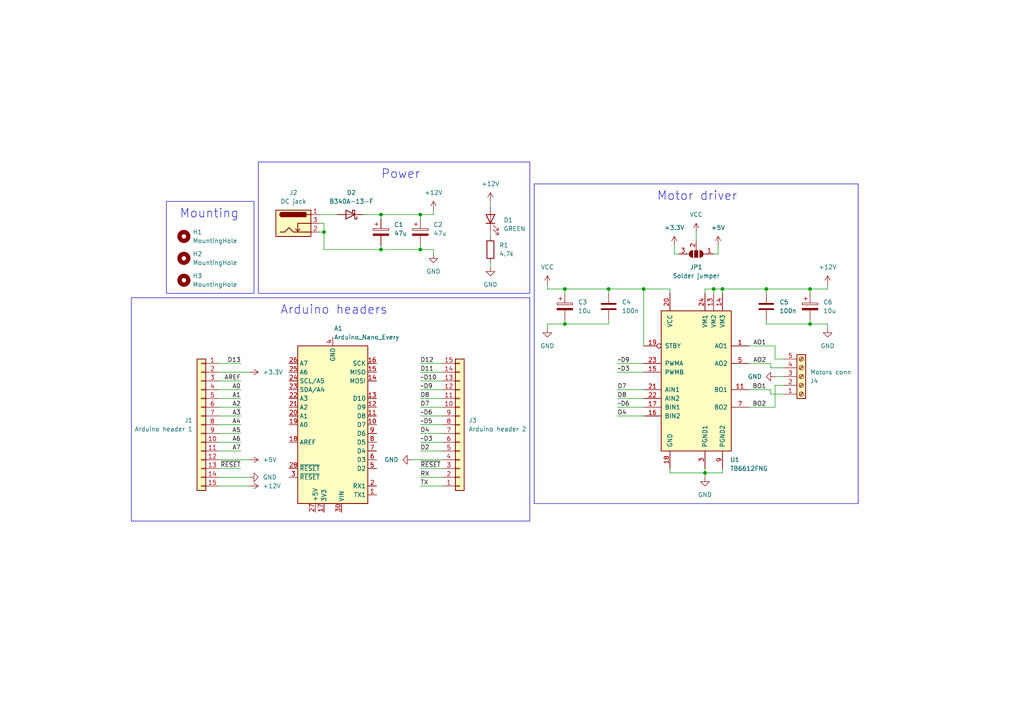
<source format=kicad_sch>
(kicad_sch (version 20230121) (generator eeschema)
  (paper "A4")
  (lib_symbols
    (symbol "Connector:Barrel_Jack_Switch" (pin_names hide)
      (property "Reference" "J" (at 0 5.334 0))
      (property "Value" "Barrel_Jack_Switch" (at 0 -5.08 0))
      (symbol "Barrel_Jack_Switch_0_1"
        (rectangle (start -5.08 3.81) (end 5.08 -3.81) (stroke (width 0.254)) (fill (type background)))
        (arc (start -3.302 3.175) (mid -3.9343 2.54) (end -3.302 1.905) (stroke (width 0.254)))
        (arc (start -3.302 3.175) (mid -3.9343 2.54) (end -3.302 1.905) (stroke (width 0.254)) (fill (type outline)))
        (polyline (pts (xy 1.27 -2.286) (xy 1.905 -1.651)) (stroke (width 0.254)))
        (polyline (pts (xy 5.08 2.54) (xy 3.81 2.54)) (stroke (width 0.254)))
        (polyline (pts (xy 5.08 0) (xy 1.27 0) (xy 1.27 -2.286) (xy 0.635 -1.651)) (stroke (width 0.254)))
        (polyline (pts (xy -3.81 -2.54) (xy -2.54 -2.54) (xy -1.27 -1.27) (xy 0 -2.54) (xy 2.54 -2.54) (xy 5.08 -2.54)) (stroke (width 0.254)))
        (rectangle (start 3.683 3.175) (end -3.302 1.905) (stroke (width 0.254)) (fill (type outline)))
      )
      (symbol "Barrel_Jack_Switch_1_1"
        (pin passive line (at 7.62 2.54 180) (length 2.54) (name "~") (number "1"))
        (pin passive line (at 7.62 -2.54 180) (length 2.54) (name "~") (number "2"))
        (pin passive line (at 7.62 0 180) (length 2.54) (name "~") (number "3"))
      )
    )
    (symbol "Connector:Screw_Terminal_01x05" (pin_names (offset 1.016) hide)
      (property "Reference" "J" (at 0 7.62 0))
      (property "Value" "Screw_Terminal_01x05" (at 0 -7.62 0))
      (symbol "Screw_Terminal_01x05_1_1"
        (rectangle (start -1.27 6.35) (end 1.27 -6.35) (stroke (width 0.254)) (fill (type background)))
        (circle (center 0 -5.08) (radius 0.635) (stroke (width 0.1524)))
        (circle (center 0 -2.54) (radius 0.635) (stroke (width 0.1524)))
        (polyline (pts (xy -0.5334 -4.7498) (xy 0.3302 -5.588)) (stroke (width 0.1524)))
        (polyline (pts (xy -0.5334 -2.2098) (xy 0.3302 -3.048)) (stroke (width 0.1524)))
        (polyline (pts (xy -0.5334 0.3302) (xy 0.3302 -0.508)) (stroke (width 0.1524)))
        (polyline (pts (xy -0.5334 2.8702) (xy 0.3302 2.032)) (stroke (width 0.1524)))
        (polyline (pts (xy -0.5334 5.4102) (xy 0.3302 4.572)) (stroke (width 0.1524)))
        (polyline (pts (xy -0.3556 -4.572) (xy 0.508 -5.4102)) (stroke (width 0.1524)))
        (polyline (pts (xy -0.3556 -2.032) (xy 0.508 -2.8702)) (stroke (width 0.1524)))
        (polyline (pts (xy -0.3556 0.508) (xy 0.508 -0.3302)) (stroke (width 0.1524)))
        (polyline (pts (xy -0.3556 3.048) (xy 0.508 2.2098)) (stroke (width 0.1524)))
        (polyline (pts (xy -0.3556 5.588) (xy 0.508 4.7498)) (stroke (width 0.1524)))
        (circle (center 0 0) (radius 0.635) (stroke (width 0.1524)))
        (circle (center 0 2.54) (radius 0.635) (stroke (width 0.1524)))
        (circle (center 0 5.08) (radius 0.635) (stroke (width 0.1524)))
        (pin passive line (at -5.08 5.08 0) (length 3.81) (name "Pin_1") (number "1") (alternate "" input line))
        (pin passive line (at -5.08 2.54 0) (length 3.81) (name "Pin_2") (number "2") (alternate "" input line))
        (pin passive line (at -5.08 0 0) (length 3.81) (name "Pin_3") (number "3"))
        (pin passive line (at -5.08 -2.54 0) (length 3.81) (name "Pin_4") (number "4"))
        (pin passive line (at -5.08 -5.08 0) (length 3.81) (name "Pin_5") (number "5"))
      )
    )
    (symbol "Connector_Generic:Conn_01x15" (pin_names (offset 1.016) hide)
      (property "Reference" "J" (at 0 20.32 0))
      (property "Value" "Conn_01x15" (at 0 -20.32 0))
      (symbol "Conn_01x15_1_1"
        (rectangle (start -1.27 -17.653) (end 0 -17.907) (stroke (width 0.1524)))
        (rectangle (start -1.27 -15.113) (end 0 -15.367) (stroke (width 0.1524)))
        (rectangle (start -1.27 -12.573) (end 0 -12.827) (stroke (width 0.1524)))
        (rectangle (start -1.27 -10.033) (end 0 -10.287) (stroke (width 0.1524)))
        (rectangle (start -1.27 -7.493) (end 0 -7.747) (stroke (width 0.1524)))
        (rectangle (start -1.27 -4.953) (end 0 -5.207) (stroke (width 0.1524)))
        (rectangle (start -1.27 -2.413) (end 0 -2.667) (stroke (width 0.1524)))
        (rectangle (start -1.27 0.127) (end 0 -0.127) (stroke (width 0.1524)))
        (rectangle (start -1.27 2.667) (end 0 2.413) (stroke (width 0.1524)))
        (rectangle (start -1.27 5.207) (end 0 4.953) (stroke (width 0.1524)))
        (rectangle (start -1.27 7.747) (end 0 7.493) (stroke (width 0.1524)))
        (rectangle (start -1.27 10.287) (end 0 10.033) (stroke (width 0.1524)))
        (rectangle (start -1.27 12.827) (end 0 12.573) (stroke (width 0.1524)))
        (rectangle (start -1.27 15.367) (end 0 15.113) (stroke (width 0.1524)))
        (rectangle (start -1.27 17.907) (end 0 17.653) (stroke (width 0.1524)))
        (rectangle (start -1.27 19.05) (end 1.27 -19.05) (stroke (width 0.254)) (fill (type background)))
        (pin passive line (at -5.08 17.78 0) (length 3.81) (name "Pin_1") (number "1"))
        (pin passive line (at -5.08 -5.08 0) (length 3.81) (name "Pin_10") (number "10"))
        (pin passive line (at -5.08 -7.62 0) (length 3.81) (name "Pin_11") (number "11"))
        (pin passive line (at -5.08 -10.16 0) (length 3.81) (name "Pin_12") (number "12"))
        (pin passive line (at -5.08 -12.7 0) (length 3.81) (name "Pin_13") (number "13"))
        (pin passive line (at -5.08 -15.24 0) (length 3.81) (name "Pin_14") (number "14"))
        (pin passive line (at -5.08 -17.78 0) (length 3.81) (name "Pin_15") (number "15"))
        (pin passive line (at -5.08 15.24 0) (length 3.81) (name "Pin_2") (number "2"))
        (pin passive line (at -5.08 12.7 0) (length 3.81) (name "Pin_3") (number "3"))
        (pin passive line (at -5.08 10.16 0) (length 3.81) (name "Pin_4") (number "4"))
        (pin passive line (at -5.08 7.62 0) (length 3.81) (name "Pin_5") (number "5"))
        (pin passive line (at -5.08 5.08 0) (length 3.81) (name "Pin_6") (number "6"))
        (pin passive line (at -5.08 2.54 0) (length 3.81) (name "Pin_7") (number "7"))
        (pin passive line (at -5.08 0 0) (length 3.81) (name "Pin_8") (number "8"))
        (pin passive line (at -5.08 -2.54 0) (length 3.81) (name "Pin_9") (number "9"))
      )
    )
    (symbol "Device:C" (pin_numbers hide) (pin_names (offset 0.254))
      (property "Reference" "C" (at 0.635 2.54 0))
      (property "Value" "C" (at 0.635 -2.54 0))
      (symbol "C_0_1"
        (polyline (pts (xy -2.032 -0.762) (xy 2.032 -0.762)) (stroke (width 0.508)))
        (polyline (pts (xy -2.032 0.762) (xy 2.032 0.762)) (stroke (width 0.508)))
      )
      (symbol "C_1_1"
        (pin passive line (at 0 3.81 270) (length 2.794) (name "~") (number "1"))
        (pin passive line (at 0 -3.81 90) (length 2.794) (name "~") (number "2"))
      )
    )
    (symbol "Device:C_Polarized" (pin_numbers hide) (pin_names (offset 0.254))
      (property "Reference" "C" (at 0.635 2.54 0))
      (property "Value" "C_Polarized" (at 0.635 -2.54 0))
      (symbol "C_Polarized_0_1"
        (rectangle (start -2.286 0.508) (end 2.286 1.016))
        (polyline (pts (xy -1.778 2.286) (xy -0.762 2.286)))
        (polyline (pts (xy -1.27 2.794) (xy -1.27 1.778)))
        (rectangle (start 2.286 -0.508) (end -2.286 -1.016) (fill (type outline)))
      )
      (symbol "C_Polarized_1_1"
        (pin passive line (at 0 3.81 270) (length 2.794) (name "~") (number "1"))
        (pin passive line (at 0 -3.81 90) (length 2.794) (name "~") (number "2"))
      )
    )
    (symbol "Device:LED" (pin_numbers hide) (pin_names (offset 1.016) hide)
      (property "Reference" "D" (at 0 2.54 0))
      (property "Value" "LED" (at 0 -2.54 0))
      (symbol "LED_0_1"
        (polyline (pts (xy -1.27 -1.27) (xy -1.27 1.27)) (stroke (width 0.254)))
        (polyline (pts (xy -1.27 0) (xy 1.27 0)))
        (polyline (pts (xy 1.27 -1.27) (xy 1.27 1.27) (xy -1.27 0) (xy 1.27 -1.27)) (stroke (width 0.254)))
        (polyline (pts (xy -3.048 -0.762) (xy -4.572 -2.286) (xy -3.81 -2.286) (xy -4.572 -2.286) (xy -4.572 -1.524)))
        (polyline (pts (xy -1.778 -0.762) (xy -3.302 -2.286) (xy -2.54 -2.286) (xy -3.302 -2.286) (xy -3.302 -1.524)))
      )
      (symbol "LED_1_1"
        (pin passive line (at -3.81 0 0) (length 2.54) (name "K") (number "1"))
        (pin passive line (at 3.81 0 180) (length 2.54) (name "A") (number "2"))
      )
    )
    (symbol "Device:R" (pin_numbers hide) (pin_names (offset 0))
      (property "Reference" "R" (at 2.032 0 90))
      (property "Value" "R" (at 0 0 90))
      (symbol "R_0_1"
        (rectangle (start -1.016 -2.54) (end 1.016 2.54) (stroke (width 0.254)))
      )
      (symbol "R_1_1"
        (pin passive line (at 0 3.81 270) (length 1.27) (name "~") (number "1"))
        (pin passive line (at 0 -3.81 90) (length 1.27) (name "~") (number "2"))
      )
    )
    (symbol "Diode:B340" (pin_numbers hide) (pin_names (offset 1.016) hide)
      (property "Reference" "D" (at 0 2.54 0))
      (property "Value" "B340" (at 0 -2.54 0))
      (symbol "B340_0_1"
        (polyline (pts (xy 1.27 0) (xy -1.27 0)))
        (polyline (pts (xy 1.27 1.27) (xy 1.27 -1.27) (xy -1.27 0) (xy 1.27 1.27)) (stroke (width 0.254)))
        (polyline (pts (xy -1.905 0.635) (xy -1.905 1.27) (xy -1.27 1.27) (xy -1.27 -1.27) (xy -0.635 -1.27) (xy -0.635 -0.635)) (stroke (width 0.254)))
      )
      (symbol "B340_1_1"
        (pin passive line (at -3.81 0 0) (length 2.54) (name "K") (number "1"))
        (pin passive line (at 3.81 0 180) (length 2.54) (name "A") (number "2"))
      )
    )
    (symbol "Driver_Motor:TB6612FNG" (pin_names (offset 1.016))
      (property "Reference" "U" (at 11.43 17.78 0))
      (property "Value" "TB6612FNG" (at 11.43 15.24 0))
      (symbol "TB6612FNG_0_1"
        (rectangle (start -10.16 20.32) (end 10.16 -20.32) (stroke (width 0.254)) (fill (type background)))
      )
      (symbol "TB6612FNG_1_1"
        (pin output line (at 15.24 10.16 180) (length 5.08) (name "AO1") (number "1"))
        (pin passive line (at 7.62 -25.4 90) (length 5.08) hide (name "PGND2") (number "10"))
        (pin output line (at 15.24 -2.54 180) (length 5.08) (name "BO1") (number "11"))
        (pin passive line (at 15.24 -2.54 180) (length 5.08) hide (name "BO1") (number "12"))
        (pin power_in line (at 5.08 25.4 270) (length 5.08) (name "VM2") (number "13"))
        (pin power_in line (at 7.62 25.4 270) (length 5.08) (name "VM3") (number "14"))
        (pin input line (at -15.24 2.54 0) (length 5.08) (name "PWMB") (number "15"))
        (pin input line (at -15.24 -10.16 0) (length 5.08) (name "BIN2") (number "16"))
        (pin input line (at -15.24 -7.62 0) (length 5.08) (name "BIN1") (number "17"))
        (pin power_in line (at -7.62 -25.4 90) (length 5.08) (name "GND") (number "18"))
        (pin input inverted (at -15.24 10.16 0) (length 5.08) (name "STBY") (number "19"))
        (pin passive line (at 15.24 10.16 180) (length 5.08) hide (name "AO1") (number "2"))
        (pin power_in line (at -7.62 25.4 270) (length 5.08) (name "VCC") (number "20"))
        (pin input line (at -15.24 -2.54 0) (length 5.08) (name "AIN1") (number "21"))
        (pin input line (at -15.24 -5.08 0) (length 5.08) (name "AIN2") (number "22"))
        (pin input line (at -15.24 5.08 0) (length 5.08) (name "PWMA") (number "23"))
        (pin power_in line (at 2.54 25.4 270) (length 5.08) (name "VM1") (number "24"))
        (pin power_in line (at 2.54 -25.4 90) (length 5.08) (name "PGND1") (number "3"))
        (pin passive line (at 2.54 -25.4 90) (length 5.08) hide (name "PGND1") (number "4"))
        (pin output line (at 15.24 5.08 180) (length 5.08) (name "AO2") (number "5"))
        (pin passive line (at 15.24 5.08 180) (length 5.08) hide (name "AO2") (number "6"))
        (pin output line (at 15.24 -7.62 180) (length 5.08) (name "BO2") (number "7"))
        (pin passive line (at 15.24 -7.62 180) (length 5.08) hide (name "BO2") (number "8"))
        (pin power_in line (at 7.62 -25.4 90) (length 5.08) (name "PGND2") (number "9"))
      )
    )
    (symbol "Jumper:SolderJumper_3_Open" (pin_names (offset 0) hide)
      (property "Reference" "JP" (at -2.54 -2.54 0))
      (property "Value" "SolderJumper_3_Open" (at 0 2.794 0))
      (symbol "SolderJumper_3_Open_0_1"
        (arc (start -1.016 1.016) (mid -2.0276 0) (end -1.016 -1.016))
        (arc (start -1.016 1.016) (mid -2.0276 0) (end -1.016 -1.016) (fill (type outline)))
        (rectangle (start -0.508 1.016) (end 0.508 -1.016) (fill (type outline)))
        (polyline (pts (xy -2.54 0) (xy -2.032 0)))
        (polyline (pts (xy -1.016 1.016) (xy -1.016 -1.016)))
        (polyline (pts (xy 0 -1.27) (xy 0 -1.016)))
        (polyline (pts (xy 1.016 1.016) (xy 1.016 -1.016)))
        (polyline (pts (xy 2.54 0) (xy 2.032 0)))
        (arc (start 1.016 -1.016) (mid 2.0276 0) (end 1.016 1.016))
        (arc (start 1.016 -1.016) (mid 2.0276 0) (end 1.016 1.016) (fill (type outline)))
      )
      (symbol "SolderJumper_3_Open_1_1"
        (pin passive line (at -5.08 0 0) (length 2.54) (name "A") (number "1"))
        (pin passive line (at 0 -3.81 90) (length 2.54) (name "C") (number "2"))
        (pin passive line (at 5.08 0 180) (length 2.54) (name "B") (number "3"))
      )
    )
    (symbol "MCU_Module:Arduino_Nano_Every"
      (property "Reference" "A" (at -10.16 23.495 0))
      (property "Value" "Arduino_Nano_Every" (at 5.08 -24.13 0))
      (symbol "Arduino_Nano_Every_0_1"
        (rectangle (start -10.16 22.86) (end 10.16 -22.86) (stroke (width 0.254)) (fill (type background)))
      )
      (symbol "Arduino_Nano_Every_1_1"
        (pin bidirectional line (at -12.7 20.32 0) (length 2.54) (name "TX1") (number "1"))
        (pin bidirectional line (at -12.7 0 0) (length 2.54) (name "D7") (number "10"))
        (pin bidirectional line (at -12.7 -2.54 0) (length 2.54) (name "D8") (number "11"))
        (pin bidirectional line (at -12.7 -5.08 0) (length 2.54) (name "D9") (number "12"))
        (pin bidirectional line (at -12.7 -7.62 0) (length 2.54) (name "D10") (number "13"))
        (pin bidirectional line (at -12.7 -12.7 0) (length 2.54) (name "MOSI") (number "14"))
        (pin bidirectional line (at -12.7 -15.24 0) (length 2.54) (name "MISO") (number "15"))
        (pin bidirectional line (at -12.7 -17.78 0) (length 2.54) (name "SCK") (number "16"))
        (pin power_out line (at 2.54 25.4 270) (length 2.54) (name "3V3") (number "17"))
        (pin input line (at 12.7 5.08 180) (length 2.54) (name "AREF") (number "18"))
        (pin bidirectional line (at 12.7 0 180) (length 2.54) (name "A0") (number "19"))
        (pin bidirectional line (at -12.7 17.78 0) (length 2.54) (name "RX1") (number "2"))
        (pin bidirectional line (at 12.7 -2.54 180) (length 2.54) (name "A1") (number "20"))
        (pin bidirectional line (at 12.7 -5.08 180) (length 2.54) (name "A2") (number "21"))
        (pin bidirectional line (at 12.7 -7.62 180) (length 2.54) (name "A3") (number "22"))
        (pin bidirectional line (at 12.7 -10.16 180) (length 2.54) (name "SDA/A4") (number "23"))
        (pin bidirectional line (at 12.7 -12.7 180) (length 2.54) (name "SCL/A5") (number "24"))
        (pin bidirectional line (at 12.7 -15.24 180) (length 2.54) (name "A6") (number "25"))
        (pin bidirectional line (at 12.7 -17.78 180) (length 2.54) (name "A7") (number "26"))
        (pin power_out line (at 5.08 25.4 270) (length 2.54) (name "+5V") (number "27"))
        (pin input line (at 12.7 12.7 180) (length 2.54) (name "~{RESET}") (number "28"))
        (pin passive line (at 0 -25.4 90) (length 2.54) hide (name "GND") (number "29"))
        (pin input line (at 12.7 15.24 180) (length 2.54) (name "~{RESET}") (number "3"))
        (pin power_in line (at -2.54 25.4 270) (length 2.54) (name "VIN") (number "30"))
        (pin power_in line (at 0 -25.4 90) (length 2.54) (name "GND") (number "4"))
        (pin bidirectional line (at -12.7 12.7 0) (length 2.54) (name "D2") (number "5"))
        (pin bidirectional line (at -12.7 10.16 0) (length 2.54) (name "D3") (number "6"))
        (pin bidirectional line (at -12.7 7.62 0) (length 2.54) (name "D4") (number "7"))
        (pin bidirectional line (at -12.7 5.08 0) (length 2.54) (name "D5") (number "8"))
        (pin bidirectional line (at -12.7 2.54 0) (length 2.54) (name "D6") (number "9"))
      )
    )
    (symbol "Mechanical:MountingHole" (pin_names (offset 1.016))
      (property "Reference" "H" (at 0 5.08 0))
      (property "Value" "MountingHole" (at 0 3.175 0))
      (symbol "MountingHole_0_1"
        (circle (center 0 0) (radius 1.27) (stroke (width 1.27)))
      )
    )
    (symbol "power:+12V" (power) (pin_names (offset 0))
      (property "Value" "+12V" (at 0 3.556 0))
      (symbol "+12V_0_1"
        (polyline (pts (xy -0.762 1.27) (xy 0 2.54)))
        (polyline (pts (xy 0 0) (xy 0 2.54)))
        (polyline (pts (xy 0 2.54) (xy 0.762 1.27)))
      )
      (symbol "+12V_1_1"
        (pin power_in line (at 0 0 90) (length 0) hide (name "+12V") (number "1"))
      )
    )
    (symbol "power:+3.3V" (power) (pin_names (offset 0))
      (property "Value" "+3.3V" (at 0 3.556 0))
      (symbol "+3.3V_0_1"
        (polyline (pts (xy -0.762 1.27) (xy 0 2.54)))
        (polyline (pts (xy 0 0) (xy 0 2.54)))
        (polyline (pts (xy 0 2.54) (xy 0.762 1.27)))
      )
      (symbol "+3.3V_1_1"
        (pin power_in line (at 0 0 90) (length 0) hide (name "+3.3V") (number "1"))
      )
    )
    (symbol "power:+5V" (power) (pin_names (offset 0))
      (property "Value" "+5V" (at 0 3.556 0))
      (symbol "+5V_0_1"
        (polyline (pts (xy -0.762 1.27) (xy 0 2.54)))
        (polyline (pts (xy 0 0) (xy 0 2.54)))
        (polyline (pts (xy 0 2.54) (xy 0.762 1.27)))
      )
      (symbol "+5V_1_1"
        (pin power_in line (at 0 0 90) (length 0) hide (name "+5V") (number "1"))
      )
    )
    (symbol "power:GND" (power) (pin_names (offset 0))
      (property "Value" "GND" (at 0 -3.81 0))
      (symbol "GND_0_1"
        (polyline (pts (xy 0 0) (xy 0 -1.27) (xy 1.27 -1.27) (xy 0 -2.54) (xy -1.27 -1.27) (xy 0 -1.27)))
      )
      (symbol "GND_1_1"
        (pin power_in line (at 0 0 270) (length 0) hide (name "GND") (number "1"))
      )
    )
    (symbol "power:VCC" (power) (pin_names (offset 0))
      (property "Value" "VCC" (at 0 3.81 0))
      (symbol "VCC_0_1"
        (polyline (pts (xy -0.762 1.27) (xy 0 2.54)))
        (polyline (pts (xy 0 0) (xy 0 2.54)))
        (polyline (pts (xy 0 2.54) (xy 0.762 1.27)))
      )
      (symbol "VCC_1_1"
        (pin power_in line (at 0 0 90) (length 0) hide (name "VCC") (number "1"))
      )
    )
  )
  (junction (at 204.47 137.16))
  (junction (at 163.83 83.82))
  (junction (at 234.95 83.82))
  (junction (at 121.92 62.23))
  (junction (at 186.69 83.82))
  (junction (at 163.83 93.98))
  (junction (at 222.25 83.82))
  (junction (at 110.49 72.39))
  (junction (at 93.98 67.31))
  (junction (at 110.49 62.23))
  (junction (at 209.55 83.82))
  (junction (at 176.53 83.82))
  (junction (at 121.92 72.39))
  (junction (at 234.95 93.98))
  (junction (at 207.01 83.82))
  (wire (pts (xy 179.07 120.65) (xy 186.69 120.65)))
  (wire (pts (xy 204.47 137.16) (xy 204.47 138.43)))
  (wire (pts (xy 209.55 83.82) (xy 209.55 85.09)))
  (wire (pts (xy 234.95 93.98) (xy 234.95 92.71)))
  (wire (pts (xy 179.07 115.57) (xy 186.69 115.57)))
  (wire (pts (xy 63.5 105.41) (xy 69.85 105.41)))
  (wire (pts (xy 240.03 82.55) (xy 240.03 83.82)))
  (wire (pts (xy 92.71 62.23) (xy 97.79 62.23)))
  (wire (pts (xy 176.53 92.71) (xy 176.53 93.98)))
  (wire (pts (xy 217.17 113.03) (xy 223.52 113.03)))
  (wire (pts (xy 63.5 140.97) (xy 72.39 140.97)))
  (wire (pts (xy 207.01 73.66) (xy 208.28 73.66)))
  (wire (pts (xy 93.98 67.31) (xy 93.98 64.77)))
  (wire (pts (xy 224.79 111.76) (xy 224.79 118.11)))
  (wire (pts (xy 207.01 83.82) (xy 209.55 83.82)))
  (wire (pts (xy 121.92 130.81) (xy 128.27 130.81)))
  (wire (pts (xy 142.24 58.42) (xy 142.24 59.69)))
  (wire (pts (xy 222.25 92.71) (xy 222.25 93.98)))
  (wire (pts (xy 121.92 115.57) (xy 128.27 115.57)))
  (wire (pts (xy 63.5 120.65) (xy 69.85 120.65)))
  (wire (pts (xy 207.01 83.82) (xy 207.01 85.09)))
  (wire (pts (xy 224.79 111.76) (xy 227.33 111.76)))
  (wire (pts (xy 63.5 113.03) (xy 69.85 113.03)))
  (wire (pts (xy 209.55 137.16) (xy 209.55 135.89)))
  (wire (pts (xy 63.5 130.81) (xy 69.85 130.81)))
  (wire (pts (xy 119.38 133.35) (xy 128.27 133.35)))
  (wire (pts (xy 121.92 72.39) (xy 121.92 71.12)))
  (wire (pts (xy 121.92 110.49) (xy 128.27 110.49)))
  (wire (pts (xy 63.5 125.73) (xy 69.85 125.73)))
  (wire (pts (xy 63.5 110.49) (xy 69.85 110.49)))
  (wire (pts (xy 194.31 137.16) (xy 204.47 137.16)))
  (wire (pts (xy 240.03 93.98) (xy 234.95 93.98)))
  (wire (pts (xy 163.83 83.82) (xy 176.53 83.82)))
  (wire (pts (xy 224.79 109.22) (xy 227.33 109.22)))
  (wire (pts (xy 201.93 67.31) (xy 201.93 69.85)))
  (wire (pts (xy 176.53 83.82) (xy 186.69 83.82)))
  (wire (pts (xy 194.31 83.82) (xy 194.31 85.09)))
  (wire (pts (xy 121.92 138.43) (xy 128.27 138.43)))
  (wire (pts (xy 224.79 100.33) (xy 224.79 104.14)))
  (wire (pts (xy 63.5 128.27) (xy 69.85 128.27)))
  (wire (pts (xy 121.92 118.11) (xy 128.27 118.11)))
  (wire (pts (xy 222.25 93.98) (xy 234.95 93.98)))
  (wire (pts (xy 163.83 93.98) (xy 176.53 93.98)))
  (wire (pts (xy 121.92 113.03) (xy 128.27 113.03)))
  (wire (pts (xy 195.58 73.66) (xy 195.58 71.12)))
  (wire (pts (xy 223.52 105.41) (xy 217.17 105.41)))
  (wire (pts (xy 163.83 93.98) (xy 163.83 92.71)))
  (wire (pts (xy 142.24 76.2) (xy 142.24 77.47)))
  (wire (pts (xy 222.25 83.82) (xy 234.95 83.82)))
  (wire (pts (xy 93.98 72.39) (xy 93.98 67.31)))
  (wire (pts (xy 125.73 72.39) (xy 125.73 73.66)))
  (wire (pts (xy 63.5 135.89) (xy 69.85 135.89)))
  (wire (pts (xy 176.53 83.82) (xy 176.53 85.09)))
  (wire (pts (xy 186.69 83.82) (xy 194.31 83.82)))
  (wire (pts (xy 217.17 118.11) (xy 224.79 118.11)))
  (wire (pts (xy 121.92 72.39) (xy 125.73 72.39)))
  (wire (pts (xy 142.24 67.31) (xy 142.24 68.58)))
  (wire (pts (xy 63.5 138.43) (xy 72.39 138.43)))
  (wire (pts (xy 125.73 62.23) (xy 121.92 62.23)))
  (wire (pts (xy 163.83 83.82) (xy 163.83 85.09)))
  (wire (pts (xy 194.31 135.89) (xy 194.31 137.16)))
  (wire (pts (xy 121.92 140.97) (xy 128.27 140.97)))
  (wire (pts (xy 186.69 83.82) (xy 186.69 100.33)))
  (wire (pts (xy 208.28 73.66) (xy 208.28 71.12)))
  (wire (pts (xy 158.75 93.98) (xy 163.83 93.98)))
  (wire (pts (xy 240.03 93.98) (xy 240.03 95.25)))
  (wire (pts (xy 223.52 113.03) (xy 223.52 114.3)))
  (wire (pts (xy 110.49 62.23) (xy 121.92 62.23)))
  (wire (pts (xy 223.52 106.68) (xy 223.52 105.41)))
  (wire (pts (xy 240.03 83.82) (xy 234.95 83.82)))
  (wire (pts (xy 125.73 60.96) (xy 125.73 62.23)))
  (wire (pts (xy 110.49 72.39) (xy 93.98 72.39)))
  (wire (pts (xy 121.92 123.19) (xy 128.27 123.19)))
  (wire (pts (xy 196.85 73.66) (xy 195.58 73.66)))
  (wire (pts (xy 179.07 118.11) (xy 186.69 118.11)))
  (wire (pts (xy 63.5 133.35) (xy 72.39 133.35)))
  (wire (pts (xy 223.52 106.68) (xy 227.33 106.68)))
  (wire (pts (xy 204.47 83.82) (xy 207.01 83.82)))
  (wire (pts (xy 204.47 85.09) (xy 204.47 83.82)))
  (wire (pts (xy 204.47 135.89) (xy 204.47 137.16)))
  (wire (pts (xy 63.5 123.19) (xy 69.85 123.19)))
  (wire (pts (xy 121.92 120.65) (xy 128.27 120.65)))
  (wire (pts (xy 234.95 83.82) (xy 234.95 85.09)))
  (wire (pts (xy 63.5 118.11) (xy 69.85 118.11)))
  (wire (pts (xy 204.47 137.16) (xy 209.55 137.16)))
  (wire (pts (xy 121.92 125.73) (xy 128.27 125.73)))
  (wire (pts (xy 222.25 85.09) (xy 222.25 83.82)))
  (wire (pts (xy 121.92 135.89) (xy 128.27 135.89)))
  (wire (pts (xy 121.92 107.95) (xy 128.27 107.95)))
  (wire (pts (xy 105.41 62.23) (xy 110.49 62.23)))
  (wire (pts (xy 217.17 100.33) (xy 224.79 100.33)))
  (wire (pts (xy 110.49 72.39) (xy 121.92 72.39)))
  (wire (pts (xy 179.07 107.95) (xy 186.69 107.95)))
  (wire (pts (xy 121.92 63.5) (xy 121.92 62.23)))
  (wire (pts (xy 121.92 105.41) (xy 128.27 105.41)))
  (wire (pts (xy 158.75 93.98) (xy 158.75 95.25)))
  (wire (pts (xy 121.92 128.27) (xy 128.27 128.27)))
  (wire (pts (xy 110.49 62.23) (xy 110.49 63.5)))
  (wire (pts (xy 93.98 64.77) (xy 92.71 64.77)))
  (wire (pts (xy 179.07 113.03) (xy 186.69 113.03)))
  (wire (pts (xy 92.71 67.31) (xy 93.98 67.31)))
  (wire (pts (xy 224.79 104.14) (xy 227.33 104.14)))
  (wire (pts (xy 63.5 107.95) (xy 72.39 107.95)))
  (wire (pts (xy 223.52 114.3) (xy 227.33 114.3)))
  (wire (pts (xy 179.07 105.41) (xy 186.69 105.41)))
  (wire (pts (xy 63.5 115.57) (xy 69.85 115.57)))
  (wire (pts (xy 110.49 71.12) (xy 110.49 72.39)))
  (wire (pts (xy 209.55 83.82) (xy 222.25 83.82)))
  (wire (pts (xy 158.75 82.55) (xy 158.75 83.82)))
  (wire (pts (xy 158.75 83.82) (xy 163.83 83.82)))
  (rectangle (start 38.1 86.36) (end 153.67 151.13))
  (rectangle (start 74.93 46.99) (end 153.67 85.09))
  (rectangle (start 48.26 58.42) (end 73.66 85.09))
  (rectangle (start 154.94 53.34) (end 248.92 146.05))
  (text "Power" (at 110.49 52.07 0) (effects (font (size 2.54 2.54)) (justify left bottom)))
  (text "Arduino headers" (at 81.28 91.44 0) (effects (font (size 2.54 2.54)) (justify left bottom)))
  (text "Mounting" (at 52.07 63.5 0) (effects (font (size 2.54 2.54)) (justify left bottom)))
  (text "Motor driver" (at 190.5 58.42 0) (effects (font (size 2.54 2.54)) (justify left bottom)))
  (label "D7" (at 179.07 113.03 0))
  (label "A6" (at 69.85 128.27 180))
  (label "D7" (at 121.92 118.11 0))
  (label "A5" (at 69.85 125.73 180))
  (label "D8" (at 179.07 115.57 0))
  (label "~D6" (at 121.92 120.65 0))
  (label "D2" (at 121.92 130.81 0))
  (label "A7" (at 69.85 130.81 180))
  (label "~D5" (at 121.92 123.19 0))
  (label "A2" (at 69.85 118.11 180))
  (label "D12" (at 121.92 105.41 0))
  (label "D11" (at 121.92 107.95 0))
  (label "AREF" (at 69.85 110.49 180))
  (label "D13" (at 69.85 105.41 180))
  (label "D8" (at 121.92 115.57 0))
  (label "AO1" (at 222.25 100.33 180))
  (label "TX" (at 121.92 140.97 0))
  (label "~D3" (at 179.07 107.95 0))
  (label "~D6" (at 179.07 118.11 0))
  (label "AO2" (at 222.25 105.41 180))
  (label "~{RESET}" (at 69.85 135.89 180))
  (label "A1" (at 69.85 115.57 180))
  (label "~{RESET}" (at 121.92 135.89 0))
  (label "D4" (at 179.07 120.65 0))
  (label "~D3" (at 121.92 128.27 0))
  (label "~D9" (at 121.92 113.03 0))
  (label "A4" (at 69.85 123.19 180))
  (label "BO2" (at 222.25 118.11 180))
  (label "D4" (at 121.92 125.73 0))
  (label "~D9" (at 179.07 105.41 0))
  (label "A0" (at 69.85 113.03 180))
  (label "~D10" (at 121.92 110.49 0))
  (label "A3" (at 69.85 120.65 180))
  (label "RX" (at 121.92 138.43 0))
  (label "BO1" (at 222.25 113.03 180))
  (symbol (lib_id "power:GND") (at 119.38 133.35 270) (unit 1)
    (property "Reference" "#PWR018" (effects hide))
    (property "Value" "GND" (at 115.57 133.35 90) (effects (justify right)))
  )
  (symbol (lib_id "Device:C") (at 176.53 88.9 0) (unit 1)
    (property "Reference" "C4" (at 180.34 87.63 0) (effects (justify left)))
    (property "Value" "100n" (at 180.34 90.17 0) (effects (justify left)))
    (property "Footprint" "Capacitor_SMD:C_0805_2012Metric_Pad1.18x1.45mm_HandSolder" (effects hide))
  )
  (symbol (lib_id "Device:C_Polarized") (at 163.83 88.9 0) (unit 1)
    (property "Reference" "C3" (at 167.64 87.63 0) (effects (justify left)))
    (property "Value" "10u" (at 167.64 90.17 0) (effects (justify left)))
    (property "Footprint" "Capacitor_SMD:CP_Elec_5x5.4" (effects hide))
    (property "Datasheet" "https://www.farnell.com/datasheets/2245251.pdf?_ga=2.153770427.2095877614.1535957720-305596102.1520345898&_gac=1.144885248.1535724366.EAIaIQobChMIz4i7hbuX3QIVi4KyCh2BmQ7GEAAYASAAEgJGIPD_BwE" (effects hide))
  )
  (symbol (lib_id "power:GND") (at 125.73 73.66 0) (unit 1)
    (property "Reference" "#PWR09" (effects hide))
    (property "Value" "GND" (at 125.73 78.74 0))
  )
  (symbol (lib_id "Device:C_Polarized") (at 234.95 88.9 0) (unit 1)
    (property "Reference" "C6" (at 238.76 87.63 0) (effects (justify left)))
    (property "Value" "10u" (at 238.76 90.17 0) (effects (justify left)))
    (property "Footprint" "Capacitor_SMD:CP_Elec_5x5.4" (effects hide))
    (property "Datasheet" "https://www.farnell.com/datasheets/2245251.pdf?_ga=2.153770427.2095877614.1535957720-305596102.1520345898&_gac=1.144885248.1535724366.EAIaIQobChMIz4i7hbuX3QIVi4KyCh2BmQ7GEAAYASAAEgJGIPD_BwE" (effects hide))
  )
  (symbol (lib_id "power:GND") (at 224.79 109.22 270) (unit 1)
    (property "Reference" "#PWR014" (effects hide))
    (property "Value" "GND" (at 220.98 109.22 90) (effects (justify right)))
  )
  (symbol (lib_id "power:GND") (at 240.03 95.25 0) (unit 1)
    (property "Reference" "#PWR016" (effects hide))
    (property "Value" "GND" (at 240.03 100.33 0))
  )
  (symbol (lib_id "Device:R") (at 142.24 72.39 0) (unit 1)
    (property "Reference" "R1" (at 144.78 71.12 0) (effects (justify left)))
    (property "Value" "4.7k" (at 144.78 73.66 0) (effects (justify left)))
    (property "Footprint" "Resistor_SMD:R_0805_2012Metric_Pad1.20x1.40mm_HandSolder" (effects hide))
  )
  (symbol (lib_id "power:GND") (at 158.75 95.25 0) (unit 1)
    (property "Reference" "#PWR012" (effects hide))
    (property "Value" "GND" (at 158.75 100.33 0))
  )
  (symbol (lib_id "Device:C_Polarized") (at 121.92 67.31 0) (unit 1)
    (property "Reference" "C2" (at 125.73 65.151 0) (effects (justify left)))
    (property "Value" "47u" (at 125.73 67.691 0) (effects (justify left)))
    (property "Footprint" "Capacitor_SMD:CP_Elec_6.3x5.8" (effects hide))
    (property "Datasheet" "https://www.tme.eu/Document/4332e16543451e065f9b478fe48693d2/ABA0000C1181.pdf" (effects hide))
  )
  (symbol (lib_id "power:GND") (at 204.47 138.43 0) (unit 1)
    (property "Reference" "#PWR013" (effects hide))
    (property "Value" "GND" (at 204.47 143.51 0))
  )
  (symbol (lib_id "Connector:Screw_Terminal_01x05") (at 232.41 109.22 0) (mirror x) (unit 1)
    (property "Reference" "J4" (at 234.95 110.49 0) (effects (justify left)))
    (property "Value" "Motors conn" (at 234.95 107.95 0) (effects (justify left)))
    (property "Footprint" "TerminalBlock_Phoenix:TerminalBlock_Phoenix_MKDS-1,5-5_1x05_P5.00mm_Horizontal" (effects hide))
    (property "Datasheet" "https://bg.farnell.com/multicomp-pro/mp012052/tb-wire-to-brd-r-a-5way-14awg/dp/4179090" (effects hide))
  )
  (symbol (lib_id "power:VCC") (at 201.93 67.31 0) (unit 1)
    (property "Reference" "#PWR07" (effects hide))
    (property "Value" "VCC" (at 201.93 62.23 0))
  )
  (symbol (lib_id "MCU_Module:Arduino_Nano_Every") (at 96.52 123.19 180) (unit 1)
    (property "Reference" "A1" (at 96.8659 95.25 0) (effects (justify right)))
    (property "Value" "Arduino_Nano_Every" (at 96.8659 97.79 0) (effects (justify right)))
    (property "Footprint" "Module:Arduino_Nano" (effects hide))
    (property "Datasheet" "https://content.arduino.cc/assets/NANOEveryV3.0_sch.pdf" (effects hide))
  )
  (symbol (lib_id "Driver_Motor:TB6612FNG") (at 201.93 110.49 0) (unit 1)
    (property "Reference" "U1" (at 211.7441 133.35 0) (effects (justify left)))
    (property "Value" "TB6612FNG" (at 211.7441 135.89 0) (effects (justify left)))
    (property "Footprint" "Package_SO:SSOP-24_5.3x8.2mm_P0.65mm" (effects hide))
    (property "Datasheet" "https://bg.farnell.com/toshiba/tb6612fng-o-c-8-el/dc-motor-driver-20-to-85deg-c/dp/4035514?st=tb6612fng" (effects hide))
  )
  (symbol (lib_id "Connector:Barrel_Jack_Switch") (at 85.09 64.77 0) (unit 1)
    (property "Reference" "J2" (at 85.09 55.88 0))
    (property "Value" "DC jack" (at 85.09 58.42 0))
    (property "Footprint" "Connector_BarrelJack:BarrelJack_Horizontal" (effects hide))
  )
  (symbol (lib_id "power:VCC") (at 158.75 82.55 0) (unit 1)
    (property "Reference" "#PWR011" (effects hide))
    (property "Value" "VCC" (at 158.75 77.47 0))
  )
  (symbol (lib_id "power:+12V") (at 142.24 58.42 0) (unit 1)
    (property "Reference" "#PWR01" (effects hide))
    (property "Value" "+12V" (at 142.24 53.34 0))
  )
  (symbol (lib_id "power:+5V") (at 72.39 133.35 270) (unit 1)
    (property "Reference" "#PWR04" (effects hide))
    (property "Value" "+5V" (at 76.2 133.35 90) (effects (justify left)))
  )
  (symbol (lib_id "power:GND") (at 72.39 138.43 90) (unit 1)
    (property "Reference" "#PWR017" (effects hide))
    (property "Value" "GND" (at 76.2 138.43 90) (effects (justify right)))
  )
  (symbol (lib_id "power:+5V") (at 208.28 71.12 0) (unit 1)
    (property "Reference" "#PWR010" (effects hide))
    (property "Value" "+5V" (at 208.28 66.04 0))
  )
  (symbol (lib_id "power:+3.3V") (at 195.58 71.12 0) (unit 1)
    (property "Reference" "#PWR06" (effects hide))
    (property "Value" "+3.3V" (at 195.58 66.04 0))
  )
  (symbol (lib_id "power:+3.3V") (at 72.39 107.95 270) (unit 1)
    (property "Reference" "#PWR03" (effects hide))
    (property "Value" "+3.3V" (at 76.2 107.95 90) (effects (justify left)))
  )
  (symbol (lib_id "Jumper:SolderJumper_3_Open") (at 201.93 73.66 180) (unit 1)
    (property "Reference" "JP1" (at 201.93 77.47 0))
    (property "Value" "Solder jumper" (at 201.93 80.01 0))
    (property "Footprint" "Jumper:SolderJumper-3_P1.3mm_Open_Pad1.0x1.5mm" (effects hide))
  )
  (symbol (lib_id "Diode:B340") (at 101.6 62.23 180) (unit 1)
    (property "Reference" "D2" (at 101.9175 55.88 0))
    (property "Value" "B340A-13-F" (at 101.9175 58.42 0))
    (property "Footprint" "Diode_SMD:D_SMA_Handsoldering" (effects hide))
    (property "Datasheet" "http://www.jameco.com/Jameco/Products/ProdDS/1538777.pdf" (effects hide))
  )
  (symbol (lib_id "Mechanical:MountingHole") (at 53.34 74.93 0) (unit 1)
    (property "Reference" "H2" (at 55.88 73.66 0) (effects (justify left)))
    (property "Value" "MountingHole" (at 55.88 76.2 0) (effects (justify left)))
    (property "Footprint" "MountingHole:MountingHole_2.2mm_M2_ISO7380" (effects hide))
  )
  (symbol (lib_id "Device:C_Polarized") (at 110.49 67.31 0) (unit 1)
    (property "Reference" "C1" (at 114.3 65.151 0) (effects (justify left)))
    (property "Value" "47u" (at 114.3 67.691 0) (effects (justify left)))
    (property "Footprint" "Capacitor_SMD:CP_Elec_6.3x5.8" (effects hide))
    (property "Datasheet" "https://www.tme.eu/Document/4332e16543451e065f9b478fe48693d2/ABA0000C1181.pdf" (effects hide))
  )
  (symbol (lib_id "Device:LED") (at 142.24 63.5 90) (unit 1)
    (property "Reference" "D1" (at 146.05 63.8175 90) (effects (justify right)))
    (property "Value" "GREEN" (at 146.05 66.3575 90) (effects (justify right)))
    (property "Footprint" "LED_SMD:LED_0805_2012Metric_Pad1.15x1.40mm_HandSolder" (effects hide))
    (property "Datasheet" "https://bg.farnell.com/kingbright/kp-2012cgck/led-0805-50mcd-green/dp/2290331" (effects hide))
  )
  (symbol (lib_id "Connector_Generic:Conn_01x15") (at 133.35 123.19 0) (mirror x) (unit 1)
    (property "Reference" "J3" (at 135.89 121.92 0) (effects (justify left)))
    (property "Value" "Arduino header 2" (at 135.89 124.46 0) (effects (justify left)))
    (property "Footprint" "Connector_PinSocket_2.54mm:PinSocket_1x15_P2.54mm_Vertical" (effects hide))
  )
  (symbol (lib_id "Mechanical:MountingHole") (at 53.34 81.28 0) (unit 1)
    (property "Reference" "H3" (at 55.88 80.01 0) (effects (justify left)))
    (property "Value" "MountingHole" (at 55.88 82.55 0) (effects (justify left)))
    (property "Footprint" "MountingHole:MountingHole_2.2mm_M2_ISO7380" (effects hide))
  )
  (symbol (lib_id "Mechanical:MountingHole") (at 53.34 68.58 0) (unit 1)
    (property "Reference" "H1" (at 55.88 67.31 0) (effects (justify left)))
    (property "Value" "MountingHole" (at 55.88 69.85 0) (effects (justify left)))
    (property "Footprint" "MountingHole:MountingHole_2.2mm_M2_ISO7380" (effects hide))
  )
  (symbol (lib_id "power:+12V") (at 240.03 82.55 0) (unit 1)
    (property "Reference" "#PWR015" (effects hide))
    (property "Value" "+12V" (at 240.03 77.47 0))
  )
  (symbol (lib_id "power:+12V") (at 125.73 60.96 0) (unit 1)
    (property "Reference" "#PWR08" (effects hide))
    (property "Value" "+12V" (at 125.73 55.88 0))
  )
  (symbol (lib_id "Device:C") (at 222.25 88.9 0) (unit 1)
    (property "Reference" "C5" (at 226.06 87.63 0) (effects (justify left)))
    (property "Value" "100n" (at 226.06 90.17 0) (effects (justify left)))
    (property "Footprint" "Capacitor_SMD:C_0805_2012Metric_Pad1.18x1.45mm_HandSolder" (effects hide))
  )
  (symbol (lib_id "power:GND") (at 142.24 77.47 0) (unit 1)
    (property "Reference" "#PWR02" (effects hide))
    (property "Value" "GND" (at 142.24 82.55 0))
  )
  (symbol (lib_id "power:+12V") (at 72.39 140.97 270) (unit 1)
    (property "Reference" "#PWR05" (effects hide))
    (property "Value" "+12V" (at 76.2 140.97 90) (effects (justify left)))
  )
  (symbol (lib_id "Connector_Generic:Conn_01x15") (at 58.42 123.19 0) (mirror y) (unit 1)
    (property "Reference" "J1" (at 55.88 121.92 0) (effects (justify left)))
    (property "Value" "Arduino header 1" (at 55.88 124.46 0) (effects (justify left)))
    (property "Footprint" "Connector_PinSocket_2.54mm:PinSocket_1x15_P2.54mm_Vertical" (effects hide))
  )
)
</source>
